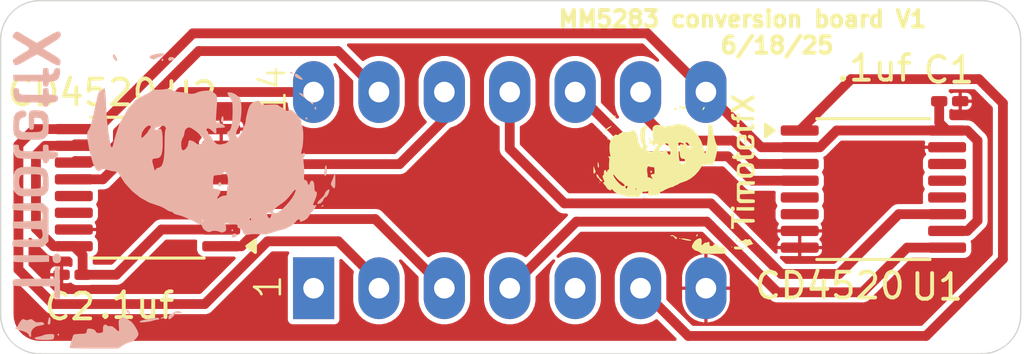
<source format=kicad_pcb>
(kicad_pcb (version 20241229) (generator "pcbnew") (generator_version "9.0")
  (layers (0 "F.Cu" signal) (2 "B.Cu" signal) (13 "F.Paste" user) (15 "B.Paste" user) (5 "F.SilkS" user "F.Silkscreen") (7 "B.SilkS" user "B.Silkscreen") (1 "F.Mask" user) (3 "B.Mask" user) (25 "Edge.Cuts" user))
  (net 0 "")
  (net 1 "+15V")
  (net 2 "GND")
  (net 13 "Net-(J1-Pin_12)")
  (net 14 "Net-(J1-Pin_14)")
  (net 15 "Net-(J1-Pin_4)")
  (net 17 "Net-(J1-Pin_3)")
  (net 18 "Net-(J1-Pin_13)")
  (net 19 "Net-(J1-Pin_2)")
  (net 20 "Net-(J1-Pin_6)")
  (net 21 "Net-(J1-Pin_11)")
  (net 22 "Net-(J1-Pin_9)")
  (net 24 "Net-(J1-Pin_10)")
  (footprint "Package_SO:TSSOP-16_4.4x5mm_P0.65mm" (layer "F.Cu") (at 139.0575 103.839)
    (property "Reference" "U1" (at 2.4713 3.8062 0) (layer "F.SilkS"))
    (property "Value" "CD4520" (at -1.6943 3.7554 0) (layer "F.SilkS"))
    (pad "1" smd roundrect (at -2.8625 -2.275) (size 1.475 0.4) (layers "F.Cu" "F.Mask" "F.Paste") (net 20 "Net-(J1-Pin_6)"))
    (pad "2" smd roundrect (at -2.8625 -1.625) (size 1.475 0.4) (layers "F.Cu" "F.Mask" "F.Paste") (net 1 "+15V"))
    (pad "3" smd roundrect (at -2.8625 -0.975) (size 1.475 0.4) (layers "F.Cu" "F.Mask" "F.Paste") (net 22 "Net-(J1-Pin_9)"))
    (pad "4" smd roundrect (at -2.8625 -0.325) (size 1.475 0.4) (layers "F.Cu" "F.Mask" "F.Paste") (net 24 "Net-(J1-Pin_10)"))
    (pad "5" smd roundrect (at -2.8625 0.325) (size 1.475 0.4) (layers "F.Cu" "F.Mask" "F.Paste"))
    (pad "6" smd roundrect (at -2.8625 0.975) (size 1.475 0.4) (layers "F.Cu" "F.Mask" "F.Paste"))
    (pad "7" smd roundrect (at -2.8625 1.625) (size 1.475 0.4) (layers "F.Cu" "F.Mask" "F.Paste") (net 2 "GND"))
    (pad "8" smd roundrect (at -2.8625 2.275) (size 1.475 0.4) (layers "F.Cu" "F.Mask" "F.Paste") (net 2 "GND"))
    (pad "9" smd roundrect (at 2.8625 2.275) (size 1.475 0.4) (layers "F.Cu" "F.Mask" "F.Paste") (net 15 "Net-(J1-Pin_4)"))
    (pad "10" smd roundrect (at 2.8625 1.625) (size 1.475 0.4) (layers "F.Cu" "F.Mask" "F.Paste") (net 1 "+15V"))
    (pad "11" smd roundrect (at 2.8625 0.975) (size 1.475 0.4) (layers "F.Cu" "F.Mask" "F.Paste") (net 21 "Net-(J1-Pin_11)"))
    (pad "12" smd roundrect (at 2.8625 0.325) (size 1.475 0.4) (layers "F.Cu" "F.Mask" "F.Paste"))
    (pad "13" smd roundrect (at 2.8625 -0.325) (size 1.475 0.4) (layers "F.Cu" "F.Mask" "F.Paste"))
    (pad "14" smd roundrect (at 2.8625 -0.975) (size 1.475 0.4) (layers "F.Cu" "F.Mask" "F.Paste"))
    (pad "15" smd roundrect (at 2.8625 -1.625) (size 1.475 0.4) (layers "F.Cu" "F.Mask" "F.Paste") (net 2 "GND"))
    (pad "16" smd roundrect (at 2.8625 -2.275) (size 1.475 0.4) (layers "F.Cu" "F.Mask" "F.Paste") (net 1 "+15V"))
  )
  (footprint "Package_SO:TSSOP-16_4.4x5mm_P0.65mm" (layer "F.Cu") (at 110.8613 103.7844 180)
    (property "Reference" "U2" (at -1.6894 3.591302 0) (layer "F.SilkS"))
    (property "Value" "CD4520" (at 2.527 3.692902 0) (layer "F.SilkS"))
    (pad "1" smd roundrect (at -2.8625 -2.275 180) (size 1.475 0.4) (layers "F.Cu" "F.Mask" "F.Paste") (net 17 "Net-(J1-Pin_3)"))
    (pad "2" smd roundrect (at -2.8625 -1.625 180) (size 1.475 0.4) (layers "F.Cu" "F.Mask" "F.Paste") (net 1 "+15V"))
    (pad "3" smd roundrect (at -2.8625 -0.975 180) (size 1.475 0.4) (layers "F.Cu" "F.Mask" "F.Paste") (net 13 "Net-(J1-Pin_12)"))
    (pad "4" smd roundrect (at -2.8625 -0.325 180) (size 1.475 0.4) (layers "F.Cu" "F.Mask" "F.Paste"))
    (pad "5" smd roundrect (at -2.8625 0.325 180) (size 1.475 0.4) (layers "F.Cu" "F.Mask" "F.Paste"))
    (pad "6" smd roundrect (at -2.8625 0.975 180) (size 1.475 0.4) (layers "F.Cu" "F.Mask" "F.Paste"))
    (pad "7" smd roundrect (at -2.8625 1.625 180) (size 1.475 0.4) (layers "F.Cu" "F.Mask" "F.Paste") (net 2 "GND"))
    (pad "8" smd roundrect (at -2.8625 2.275 180) (size 1.475 0.4) (layers "F.Cu" "F.Mask" "F.Paste") (net 2 "GND"))
    (pad "9" smd roundrect (at 2.8625 2.275 180) (size 1.475 0.4) (layers "F.Cu" "F.Mask" "F.Paste") (net 19 "Net-(J1-Pin_2)"))
    (pad "10" smd roundrect (at 2.8625 1.625 180) (size 1.475 0.4) (layers "F.Cu" "F.Mask" "F.Paste") (net 1 "+15V"))
    (pad "11" smd roundrect (at 2.8625 0.975 180) (size 1.475 0.4) (layers "F.Cu" "F.Mask" "F.Paste") (net 18 "Net-(J1-Pin_13)"))
    (pad "12" smd roundrect (at 2.8625 0.325 180) (size 1.475 0.4) (layers "F.Cu" "F.Mask" "F.Paste") (net 14 "Net-(J1-Pin_14)"))
    (pad "13" smd roundrect (at 2.8625 -0.325 180) (size 1.475 0.4) (layers "F.Cu" "F.Mask" "F.Paste"))
    (pad "14" smd roundrect (at 2.8625 -0.975 180) (size 1.475 0.4) (layers "F.Cu" "F.Mask" "F.Paste"))
    (pad "15" smd roundrect (at 2.8625 -1.625 180) (size 1.475 0.4) (layers "F.Cu" "F.Mask" "F.Paste") (net 2 "GND"))
    (pad "16" smd roundrect (at 2.8625 -2.275 180) (size 1.475 0.4) (layers "F.Cu" "F.Mask" "F.Paste") (net 1 "+15V"))
  )
  (footprint "Capacitor_SMD:C_0201_0603Metric_Pad0.64x0.40mm_HandSolder" (layer "F.Cu") (at 142.0216 100.425601)
    (property "Reference" "C1" (at -0.0356 -1.213201 0) (layer "F.SilkS"))
    (property "Value" ".1uf" (at -2.9312 -1.289401 0) (layer "F.SilkS"))
    (pad "1" smd roundrect (at -0.4075 0) (size 0.635 0.4) (layers "F.Cu" "F.Mask") (net 1 "+15V"))
    (pad "2" smd roundrect (at 0.4075 0) (size 0.635 0.4) (layers "F.Cu" "F.Mask") (net 2 "GND"))
  )
  (footprint "Capacitor_SMD:C_0201_0603Metric_Pad0.64x0.40mm_HandSolder" (layer "F.Cu") (at 107.9326 107.1678 180)
    (property "Reference" "C2" (at 0.0842 -1.2394 0) (layer "F.SilkS"))
    (property "Value" ".1uf" (at -2.5066 -1.1886 0) (layer "F.SilkS"))
    (pad "1" smd roundrect (at -0.4075 0 180) (size 0.635 0.4) (layers "F.Cu" "F.Mask") (net 1 "+15V"))
    (pad "2" smd roundrect (at 0.4075 0 180) (size 0.635 0.4) (layers "F.Cu" "F.Mask") (net 2 "GND"))
  )
  (footprint "Package_DIP:CERDIP-14_W7.62mm_SideBrazed_LongPads_Socket" (layer "F.Cu") (at 117.312 107.69 90)
    (property "Reference" "J1" (hide yes))
    (property "Value" "Conn_01x14_Pin" (hide yes))
    (pad "1" thru_hole rect (at 0 0 90) (size 2.4 1.6) (drill 0.8) (layers "*.Cu" "*.Mask"))
    (pad "2" thru_hole oval (at 0 2.54 90) (size 2.4 1.6) (drill 0.8) (layers "*.Cu" "*.Mask") (net 19 "Net-(J1-Pin_2)"))
    (pad "3" thru_hole oval (at 0 5.079999 90) (size 2.4 1.6) (drill 0.8) (layers "*.Cu" "*.Mask") (net 17 "Net-(J1-Pin_3)"))
    (pad "4" thru_hole oval (at 0 7.62 90) (size 2.4 1.6) (drill 0.8) (layers "*.Cu" "*.Mask") (net 15 "Net-(J1-Pin_4)"))
    (pad "5" thru_hole oval (at 0 10.16 90) (size 2.4 1.6) (drill 0.8) (layers "*.Cu" "*.Mask"))
    (pad "6" thru_hole oval (at 0 12.7 90) (size 2.4 1.6) (drill 0.8) (layers "*.Cu" "*.Mask") (net 20 "Net-(J1-Pin_6)"))
    (pad "7" thru_hole oval (at 0 15.24 90) (size 2.4 1.6) (drill 0.8) (layers "*.Cu" "*.Mask") (net 2 "GND"))
    (pad "8" thru_hole oval (at 7.62 15.24 90) (size 2.4 1.6) (drill 0.8) (layers "*.Cu" "*.Mask") (net 1 "+15V"))
    (pad "9" thru_hole oval (at 7.62 12.7 90) (size 2.4 1.6) (drill 0.8) (layers "*.Cu" "*.Mask") (net 22 "Net-(J1-Pin_9)"))
    (pad "10" thru_hole oval (at 7.62 10.16 90) (size 2.4 1.6) (drill 0.8) (layers "*.Cu" "*.Mask") (net 24 "Net-(J1-Pin_10)"))
    (pad "11" thru_hole oval (at 7.62 7.62 90) (size 2.4 1.6) (drill 0.8) (layers "*.Cu" "*.Mask") (net 21 "Net-(J1-Pin_11)"))
    (pad "12" thru_hole oval (at 7.62 5.08 90) (size 2.4 1.6) (drill 0.8) (layers "*.Cu" "*.Mask") (net 13 "Net-(J1-Pin_12)"))
    (pad "13" thru_hole oval (at 7.62 2.54 90) (size 2.4 1.6) (drill 0.8) (layers "*.Cu" "*.Mask") (net 18 "Net-(J1-Pin_13)"))
    (pad "14" thru_hole oval (at 7.62 0 90) (size 2.4 1.6) (drill 0.8) (layers "*.Cu" "*.Mask") (net 14 "Net-(J1-Pin_14)"))
  )
  (footprint "rat_footprints:timotetfx_25" (layer "F.Cu") (at 131.354101 102.98971 90)
    (property "Reference" "G***" (hide yes))
    (property "Value" "LOGO" (hide yes))
  )
  (footprint "rat_footprints:timotetfx" (layer "B.Cu") (at 111.8108 103.3018 90)
    (property "Reference" "G***" (hide yes))
    (property "Value" "LOGO" (hide yes))
  )
  (gr_line (start 143.256 96.52) (end 106.68 96.52) (stroke (width 0.05)) (layer "Edge.Cuts"))
  (gr_line (start 144.78 108.712) (end 144.78 98.044) (stroke (width 0.05)) (layer "Edge.Cuts"))
  (gr_arc (start 144.78 108.712) (mid 144.333631 109.789631) (end 143.256 110.236) (stroke (width 0.05)) (layer "Edge.Cuts"))
  (gr_arc (start 143.256 96.52) (mid 144.333631 96.966369) (end 144.78 98.044) (stroke (width 0.05)) (layer "Edge.Cuts"))
  (gr_arc (start 105.156 98.044) (mid 105.602369 96.966369) (end 106.68 96.52) (stroke (width 0.05)) (layer "Edge.Cuts"))
  (gr_line (start 105.156 98.044) (end 105.156 108.712) (stroke (width 0.05)) (layer "Edge.Cuts"))
  (gr_arc (start 106.68 110.236) (mid 105.602369 109.789631) (end 105.156 108.712) (stroke (width 0.05)) (layer "Edge.Cuts"))
  (gr_line (start 106.68 110.236) (end 143.256 110.236) (stroke (width 0.05)) (layer "Edge.Cuts"))
  (gr_text "1" (at 116.1288 108.1786 90) (layer "F.SilkS") (effects (font (size 1 1) (thickness 0.1)) (justify left bottom)))
  (gr_text "14" (at 116.3066 101.0158 90) (layer "F.SilkS") (effects (font (size 1 1) (thickness 0.1)) (justify left bottom)))
  (gr_text "MM5283 conversion board V1\n             6/18/25" (at 126.746 98.6282 0) (layer "F.SilkS") (effects (font (size 0.635 0.635) (thickness 0.15875) (bold yes)) (justify left bottom)))
  (segment (start 108.842658 102.1009) (end 108.0573 102.1009) (width 0.381) (layer "F.Cu") (net 1))
  (segment (start 141.6141 101.2581) (end 141.92 101.564) (width 0.381) (layer "F.Cu") (net 1))
  (segment (start 113.7238 105.4094) (end 111.405 105.4094) (width 0.381) (layer "F.Cu") (net 1))
  (segment (start 106.5276 102.5144) (end 106.5276 105.373558) (width 0.381) (layer "F.Cu") (net 1))
  (segment (start 109.1278 101.2858) (end 109.1278 101.815758) (width 0.381) (layer "F.Cu") (net 1))
  (segment (start 111.405 105.4094) (end 109.6466 107.1678) (width 0.381) (layer "F.Cu") (net 1))
  (segment (start 106.8826 102.1594) (end 106.5276 102.5144) (width 0.381) (layer "F.Cu") (net 1))
  (segment (start 107.213442 106.0594) (end 107.9988 106.0594) (width 0.381) (layer "F.Cu") (net 1))
  (segment (start 142.705358 105.464) (end 141.92 105.464) (width 0.381) (layer "F.Cu") (net 1))
  (segment (start 112.6236 97.79) (end 109.1278 101.2858) (width 0.381) (layer "F.Cu") (net 1))
  (segment (start 136.195 102.214) (end 136.980358 102.214) (width 0.381) (layer "F.Cu") (net 1))
  (segment (start 132.552 100.07) (end 130.272 97.79) (width 0.381) (layer "F.Cu") (net 1))
  (segment (start 141.92 101.564) (end 142.705358 101.564) (width 0.381) (layer "F.Cu") (net 1))
  (segment (start 136.195 102.214) (end 134.696 102.214) (width 0.381) (layer "F.Cu") (net 1))
  (segment (start 143.1036 101.962242) (end 143.1036 105.065758) (width 0.381) (layer "F.Cu") (net 1))
  (segment (start 130.272 97.79) (end 112.6236 97.79) (width 0.381) (layer "F.Cu") (net 1))
  (segment (start 137.630358 101.564) (end 141.92 101.564) (width 0.381) (layer "F.Cu") (net 1))
  (segment (start 142.705358 101.564) (end 143.1036 101.962242) (width 0.381) (layer "F.Cu") (net 1))
  (segment (start 134.696 102.214) (end 132.552 100.07) (width 0.381) (layer "F.Cu") (net 1))
  (segment (start 109.1278 101.815758) (end 108.842658 102.1009) (width 0.381) (layer "F.Cu") (net 1))
  (segment (start 106.5276 105.373558) (end 107.213442 106.0594) (width 0.381) (layer "F.Cu") (net 1))
  (segment (start 107.9988 106.0594) (end 108.3401 106.4007) (width 0.381) (layer "F.Cu") (net 1))
  (segment (start 136.980358 102.214) (end 137.630358 101.564) (width 0.381) (layer "F.Cu") (net 1))
  (segment (start 143.1036 105.065758) (end 142.705358 105.464) (width 0.381) (layer "F.Cu") (net 1))
  (segment (start 108.3401 106.4007) (end 108.3401 107.1678) (width 0.381) (layer "F.Cu") (net 1))
  (segment (start 107.9988 102.1594) (end 106.8826 102.1594) (width 0.381) (layer "F.Cu") (net 1))
  (segment (start 109.6466 107.1678) (end 108.3401 107.1678) (width 0.381) (layer "F.Cu") (net 1))
  (segment (start 108.0573 102.1009) (end 107.9988 102.1594) (width 0.381) (layer "F.Cu") (net 1))
  (segment (start 141.6141 100.425601) (end 141.6141 101.2581) (width 0.381) (layer "F.Cu") (net 1))
  (segment (start 116.398558 102.87) (end 120.65 102.87) (width 0.381) (layer "F.Cu") (net 13))
  (segment (start 113.7238 104.7594) (end 114.509158 104.7594) (width 0.381) (layer "F.Cu") (net 13))
  (segment (start 120.65 102.87) (end 122.392 101.128) (width 0.381) (layer "F.Cu") (net 13))
  (segment (start 122.392 101.128) (end 122.392 100.07) (width 0.381) (layer "F.Cu") (net 13))
  (segment (start 114.509158 104.7594) (end 116.398558 102.87) (width 0.381) (layer "F.Cu") (net 13))
  (segment (start 110.2908 101.9516) (end 110.2908 102.297488) (width 0.381) (layer "F.Cu") (net 14))
  (segment (start 112.1724 100.07) (end 110.2908 101.9516) (width 0.381) (layer "F.Cu") (net 14))
  (segment (start 109.128888 103.4594) (end 107.9988 103.4594) (width 0.381) (layer "F.Cu") (net 14))
  (segment (start 110.2908 102.297488) (end 109.128888 103.4594) (width 0.381) (layer "F.Cu") (net 14))
  (segment (start 117.312 100.07) (end 112.1724 100.07) (width 0.381) (layer "F.Cu") (net 14))
  (segment (start 124.932 107.69) (end 127.5168 105.1052) (width 0.381) (layer "F.Cu") (net 15))
  (segment (start 135.3312 107.8484) (end 138.6332 107.8484) (width 0.381) (layer "F.Cu") (net 15))
  (segment (start 127.5168 105.1052) (end 132.588 105.1052) (width 0.381) (layer "F.Cu") (net 15))
  (segment (start 132.588 105.1052) (end 135.3312 107.8484) (width 0.381) (layer "F.Cu") (net 15))
  (segment (start 138.6332 107.8484) (end 140.3676 106.114) (width 0.381) (layer "F.Cu") (net 15))
  (segment (start 140.3676 106.114) (end 141.92 106.114) (width 0.381) (layer "F.Cu") (net 15))
  (segment (start 114.509158 106.0594) (end 115.564958 105.0036) (width 0.381) (layer "F.Cu") (net 17))
  (segment (start 113.7238 106.0594) (end 114.509158 106.0594) (width 0.381) (layer "F.Cu") (net 17))
  (segment (start 115.564958 105.0036) (end 119.705599 105.0036) (width 0.381) (layer "F.Cu") (net 17))
  (segment (start 119.705599 105.0036) (end 122.391999 107.69) (width 0.381) (layer "F.Cu") (net 17))
  (segment (start 109.08373 102.6829) (end 109.7098 102.05683) (width 0.381) (layer "F.Cu") (net 18))
  (segment (start 112.8495 98.4785) (end 118.2605 98.4785) (width 0.381) (layer "F.Cu") (net 18))
  (segment (start 107.9988 102.8094) (end 108.0573 102.7509) (width 0.381) (layer "F.Cu") (net 18))
  (segment (start 108.910658 102.6829) (end 109.08373 102.6829) (width 0.381) (layer "F.Cu") (net 18))
  (segment (start 118.2605 98.4785) (end 119.852 100.07) (width 0.381) (layer "F.Cu") (net 18))
  (segment (start 108.842658 102.7509) (end 108.910658 102.6829) (width 0.381) (layer "F.Cu") (net 18))
  (segment (start 109.7098 102.05683) (end 109.7098 101.6182) (width 0.381) (layer "F.Cu") (net 18))
  (segment (start 108.0573 102.7509) (end 108.842658 102.7509) (width 0.381) (layer "F.Cu") (net 18))
  (segment (start 109.7098 101.6182) (end 112.8495 98.4785) (width 0.381) (layer "F.Cu") (net 18))
  (segment (start 105.8475 106.9651) (end 105.8475 102.1277) (width 0.381) (layer "F.Cu") (net 19))
  (segment (start 107.188 108.3056) (end 105.8475 106.9651) (width 0.381) (layer "F.Cu") (net 19))
  (segment (start 119.852 107.69) (end 119.852 107.447) (width 0.381) (layer "F.Cu") (net 19))
  (segment (start 115.523016 105.8672) (end 113.084616 108.3056) (width 0.381) (layer "F.Cu") (net 19))
  (segment (start 105.8475 102.1277) (end 106.4658 101.5094) (width 0.381) (layer "F.Cu") (net 19))
  (segment (start 119.852 107.447) (end 118.2722 105.8672) (width 0.381) (layer "F.Cu") (net 19))
  (segment (start 113.084616 108.3056) (end 107.188 108.3056) (width 0.381) (layer "F.Cu") (net 19))
  (segment (start 118.2722 105.8672) (end 115.523016 105.8672) (width 0.381) (layer "F.Cu") (net 19))
  (segment (start 106.4658 101.5094) (end 107.9988 101.5094) (width 0.381) (layer "F.Cu") (net 19))
  (segment (start 131.8665 109.5445) (end 141.1027 109.5445) (width 0.381) (layer "F.Cu") (net 20))
  (segment (start 144.0885 106.5587) (end 144.0885 100.5021) (width 0.381) (layer "F.Cu") (net 20))
  (segment (start 143.1544 99.568) (end 138.191 99.568) (width 0.381) (layer "F.Cu") (net 20))
  (segment (start 130.012 107.69) (end 131.8665 109.5445) (width 0.381) (layer "F.Cu") (net 20))
  (segment (start 138.191 99.568) (end 136.195 101.564) (width 0.381) (layer "F.Cu") (net 20))
  (segment (start 141.1027 109.5445) (end 144.0885 106.5587) (width 0.381) (layer "F.Cu") (net 20))
  (segment (start 144.0885 100.5021) (end 143.1544 99.568) (width 0.381) (layer "F.Cu") (net 20))
  (segment (start 124.932 102.2752) (end 124.932 100.07) (width 0.381) (layer "F.Cu") (net 21))
  (segment (start 135.4836 107.1372) (end 132.7404 104.394) (width 0.381) (layer "F.Cu") (net 21))
  (segment (start 140.042 104.814) (end 137.7188 107.1372) (width 0.381) (layer "F.Cu") (net 21))
  (segment (start 141.92 104.814) (end 140.042 104.814) (width 0.381) (layer "F.Cu") (net 21))
  (segment (start 127.0508 104.394) (end 124.932 102.2752) (width 0.381) (layer "F.Cu") (net 21))
  (segment (start 137.7188 107.1372) (end 135.4836 107.1372) (width 0.381) (layer "F.Cu") (net 21))
  (segment (start 132.7404 104.394) (end 127.0508 104.394) (width 0.381) (layer "F.Cu") (net 21))
  (segment (start 131.1148 101.9556) (end 130.012 100.8528) (width 0.381) (layer "F.Cu") (net 22))
  (segment (start 134.522928 102.864) (end 133.614528 101.9556) (width 0.381) (layer "F.Cu") (net 22))
  (segment (start 136.195 102.864) (end 134.522928 102.864) (width 0.381) (layer "F.Cu") (net 22))
  (segment (start 133.614528 101.9556) (end 131.1148 101.9556) (width 0.381) (layer "F.Cu") (net 22))
  (segment (start 130.012 100.8528) (end 130.012 100.07) (width 0.381) (layer "F.Cu") (net 22))
  (segment (start 136.195 103.514) (end 134.349856 103.514) (width 0.381) (layer "F.Cu") (net 24))
  (segment (start 133.401056 102.5652) (end 129.9972 102.5652) (width 0.381) (layer "F.Cu") (net 24))
  (segment (start 134.349856 103.514) (end 133.401056 102.5652) (width 0.381) (layer "F.Cu") (net 24))
  (segment (start 129.9972 102.5652) (end 127.502 100.07) (width 0.381) (layer "F.Cu") (net 24))
  (segment (start 127.502 100.07) (end 127.472 100.07) (width 0.381) (layer "F.Cu") (net 24))
  (zone (net 2) (net_name "GND") (layer "F.Cu") (connect_pads (clearance 0.127)) (min_thickness 0.127) (fill yes (thermal_gap 0.127) (thermal_bridge_width 0.127))
    (polygon (pts (xy 144.8816 110.236) (xy 105.156 110.236) (xy 105.2068 96.5708) (xy 144.8816 96.52) (xy 144.9324 110.1852)))
  )
)
</source>
